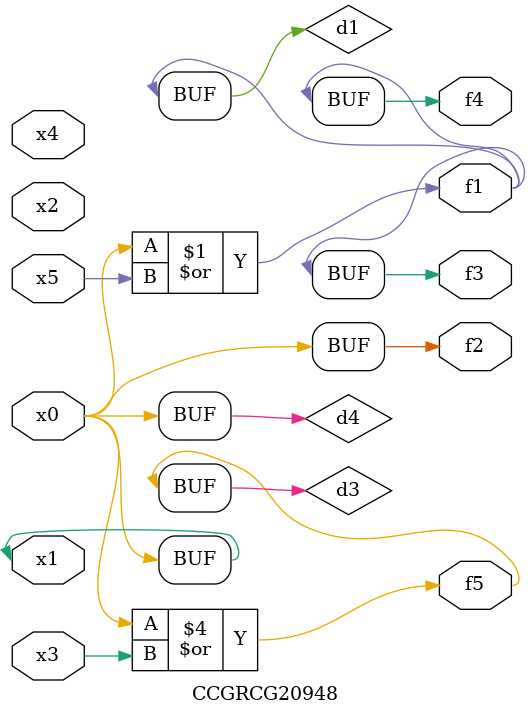
<source format=v>
module CCGRCG20948(
	input x0, x1, x2, x3, x4, x5,
	output f1, f2, f3, f4, f5
);

	wire d1, d2, d3, d4;

	or (d1, x0, x5);
	xnor (d2, x1, x4);
	or (d3, x0, x3);
	buf (d4, x0, x1);
	assign f1 = d1;
	assign f2 = d4;
	assign f3 = d1;
	assign f4 = d1;
	assign f5 = d3;
endmodule

</source>
